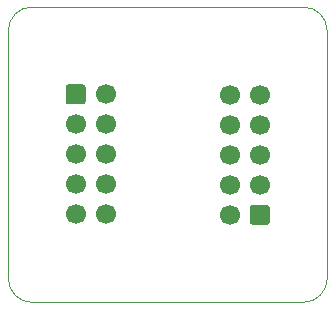
<source format=gbr>
G04 #@! TF.GenerationSoftware,KiCad,Pcbnew,5.1.6-c6e7f7d~86~ubuntu20.04.1*
G04 #@! TF.CreationDate,2020-05-16T23:21:58+03:00*
G04 #@! TF.ProjectId,TC2050-OOPS,54433230-3530-42d4-9f4f-50532e6b6963,v1.0*
G04 #@! TF.SameCoordinates,Original*
G04 #@! TF.FileFunction,Soldermask,Top*
G04 #@! TF.FilePolarity,Negative*
%FSLAX46Y46*%
G04 Gerber Fmt 4.6, Leading zero omitted, Abs format (unit mm)*
G04 Created by KiCad (PCBNEW 5.1.6-c6e7f7d~86~ubuntu20.04.1) date 2020-05-16 23:21:58*
%MOMM*%
%LPD*%
G01*
G04 APERTURE LIST*
G04 #@! TA.AperFunction,Profile*
%ADD10C,0.050000*%
G04 #@! TD*
%ADD11C,1.700000*%
G04 APERTURE END LIST*
D10*
X74000000Y-49000000D02*
G75*
G02*
X76000000Y-51000000I0J-2000000D01*
G01*
X76000000Y-72000000D02*
G75*
G02*
X74000000Y-74000000I-2000000J0D01*
G01*
X51000000Y-74000000D02*
G75*
G02*
X49000000Y-72000000I0J2000000D01*
G01*
X49000000Y-51000000D02*
G75*
G02*
X51000000Y-49000000I2000000J0D01*
G01*
X74000000Y-49000000D02*
X51000000Y-49000000D01*
X76000000Y-72000000D02*
X76000000Y-51000000D01*
X51000000Y-74000000D02*
X74000000Y-74000000D01*
X49000000Y-51000000D02*
X49000000Y-72000000D01*
D11*
X57240000Y-66560000D03*
X57240000Y-64020000D03*
X57240000Y-61480000D03*
X57240000Y-58940000D03*
X57240000Y-56400000D03*
X54700000Y-66560000D03*
X54700000Y-64020000D03*
X54700000Y-61480000D03*
X54700000Y-58940000D03*
G36*
G01*
X53850000Y-57000000D02*
X53850000Y-55800000D01*
G75*
G02*
X54100000Y-55550000I250000J0D01*
G01*
X55300000Y-55550000D01*
G75*
G02*
X55550000Y-55800000I0J-250000D01*
G01*
X55550000Y-57000000D01*
G75*
G02*
X55300000Y-57250000I-250000J0D01*
G01*
X54100000Y-57250000D01*
G75*
G02*
X53850000Y-57000000I0J250000D01*
G01*
G37*
X67760000Y-56440000D03*
X67760000Y-58980000D03*
X67760000Y-61520000D03*
X67760000Y-64060000D03*
X67760000Y-66600000D03*
X70300000Y-56440000D03*
X70300000Y-58980000D03*
X70300000Y-61520000D03*
X70300000Y-64060000D03*
G36*
G01*
X71150000Y-66000000D02*
X71150000Y-67200000D01*
G75*
G02*
X70900000Y-67450000I-250000J0D01*
G01*
X69700000Y-67450000D01*
G75*
G02*
X69450000Y-67200000I0J250000D01*
G01*
X69450000Y-66000000D01*
G75*
G02*
X69700000Y-65750000I250000J0D01*
G01*
X70900000Y-65750000D01*
G75*
G02*
X71150000Y-66000000I0J-250000D01*
G01*
G37*
M02*

</source>
